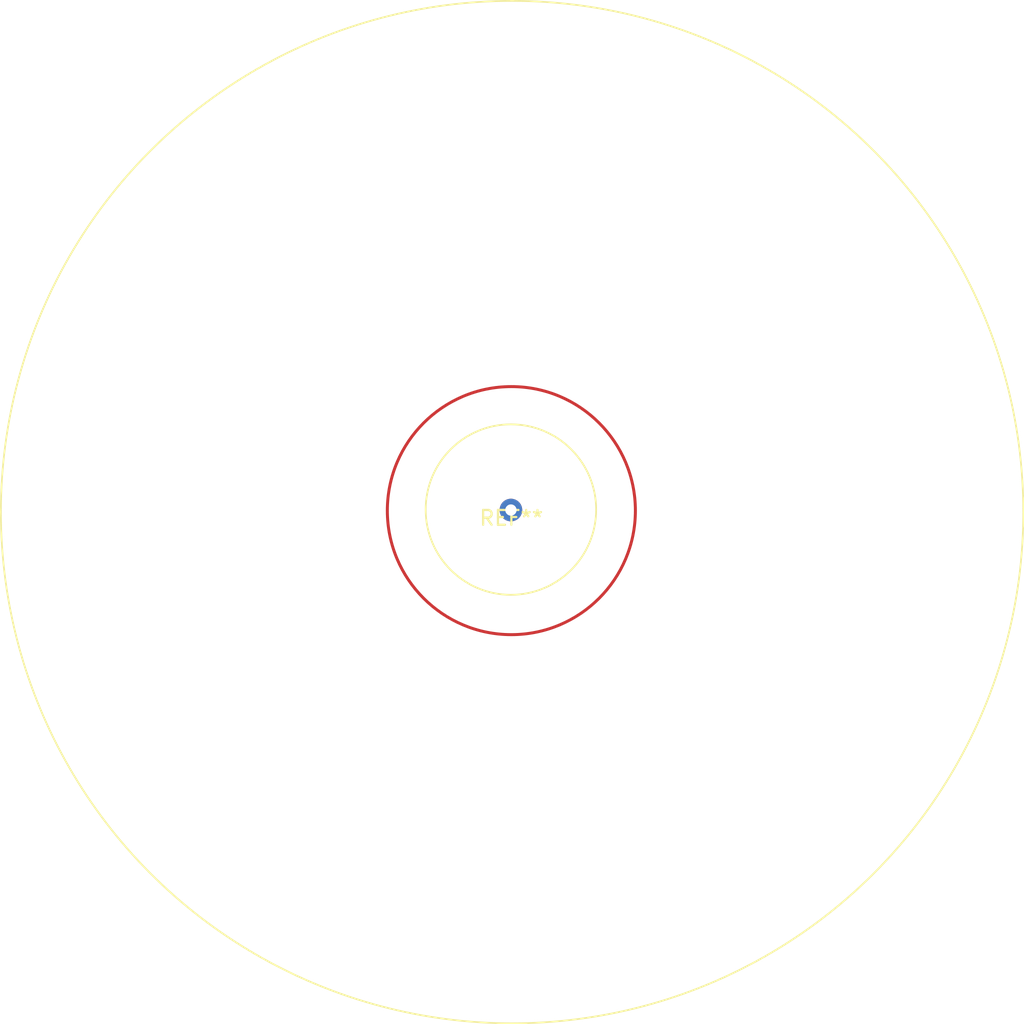
<source format=kicad_pcb>
(kicad_pcb (version 20190907) (host pcbnew "5.99.0-unknown-4135f0c~100~ubuntu18.04.1")

  (general
    (thickness 1.6)
    (drawings 2)
    (tracks 0)
    (modules 1)
    (nets 1)
  )

  (page "A4")
  (layers
    (0 "F.Cu" signal)
    (31 "B.Cu" signal)
    (32 "B.Adhes" user)
    (33 "F.Adhes" user)
    (34 "B.Paste" user)
    (35 "F.Paste" user)
    (36 "B.SilkS" user)
    (37 "F.SilkS" user)
    (38 "B.Mask" user)
    (39 "F.Mask" user)
    (40 "Dwgs.User" user)
    (41 "Cmts.User" user)
    (42 "Eco1.User" user)
    (43 "Eco2.User" user)
    (44 "Edge.Cuts" user)
    (45 "Margin" user)
    (46 "B.CrtYd" user)
    (47 "F.CrtYd" user)
    (48 "B.Fab" user)
    (49 "F.Fab" user)
  )

  (setup
    (last_trace_width 0.25)
    (trace_clearance 0.2)
    (zone_clearance 0.508)
    (zone_45_only no)
    (trace_min 0.2)
    (via_size 0.8)
    (via_drill 0.4)
    (via_min_size 0.4)
    (via_min_drill 0.3)
    (uvia_size 0.3)
    (uvia_drill 0.1)
    (uvias_allowed no)
    (uvia_min_size 0.2)
    (uvia_min_drill 0.1)
    (max_error 0.005)
    (defaults
      (edge_clearance 0.01)
      (edge_cuts_line_width 0.05)
      (courtyard_line_width 0.05)
      (copper_line_width 0.2)
      (copper_text_dims (size 1.5 1.5) (thickness 0.3))
      (silk_line_width 0.12)
      (silk_text_dims (size 1 1) (thickness 0.15))
      (other_layers_line_width 0.1)
      (other_layers_text_dims (size 1 1) (thickness 0.15))
    )
    (pad_size 1.524 1.524)
    (pad_drill 0.762)
    (pad_to_mask_clearance 0.051)
    (solder_mask_min_width 0.25)
    (aux_axis_origin 0 0)
    (visible_elements FFFFFF7F)
    (pcbplotparams
      (layerselection 0x010fc_ffffffff)
      (usegerberextensions false)
      (usegerberattributes false)
      (usegerberadvancedattributes false)
      (creategerberjobfile false)
      (excludeedgelayer true)
      (linewidth 0.100000)
      (plotframeref false)
      (viasonmask false)
      (mode 1)
      (useauxorigin false)
      (hpglpennumber 1)
      (hpglpenspeed 20)
      (hpglpendiameter 15.000000)
      (psnegative false)
      (psa4output false)
      (plotreference true)
      (plotvalue true)
      (plotinvisibletext false)
      (padsonsilk false)
      (subtractmaskfromsilk false)
      (outputformat 1)
      (mirror false)
      (drillshape 1)
      (scaleselection 1)
      (outputdirectory "")
    )
  )

  (net 0 "")

  (net_class "Default" "This is the default net class."
    (clearance 0.2)
    (trace_width 0.25)
    (via_dia 0.8)
    (via_drill 0.4)
    (uvia_dia 0.3)
    (uvia_drill 0.1)
  )

  (module "assembly:test" (layer "F.Cu") (tedit 5DBB3457) (tstamp 5DBB2CE4)
    (at 138.05 79.85)
    (fp_text reference "REF**" (at 0 0.5 unlocked) (layer "F.SilkS")
      (effects (font (size 1 1) (thickness 0.15)))
    )
    (fp_text value "test" (at 0 -0.5 unlocked) (layer "F.Fab")
      (effects (font (size 1 1) (thickness 0.15)))
    )
    (fp_circle (center -0.03 -0.07) (end 3.27 4.64) (layer "F.SilkS") (width 0.12))
    (pad "1" thru_hole circle (at -0.03 -0.04) (size 1.524 1.524) (drill 0.762) (layers *.Cu *.Mask))
    (model "${KIPRJMOD}/../../tia/manufacturing/tia.step"
      (offset (xyz -200 100 0))
      (scale (xyz 1 1 1))
      (rotate (xyz 0 0 0))
    )
    (model "${KIPRJMOD}/../../power-supply/manufacturing/psu.step"
      (offset (xyz -200 100 10.25))
      (scale (xyz 1 1 1))
      (rotate (xyz 0 0 0))
    )
    (model "${KIPRJMOD}/../../bias-control/manufacturing/bias.step"
      (offset (xyz -200 100 20))
      (scale (xyz 1 1 1))
      (rotate (xyz 0 0 0))
    )
  )

  (gr_circle (center 138.05 79.85) (end 144.4 85.3) (layer "F.Cu") (width 0.2))
  (gr_circle (center 138.1 79.95) (end 168.55 96.15) (layer "F.SilkS") (width 0.12))

)

</source>
